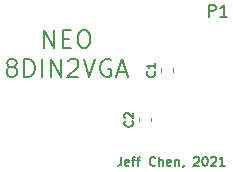
<source format=gbr>
G04 #@! TF.GenerationSoftware,KiCad,Pcbnew,(5.1.10-1-10_14)*
G04 #@! TF.CreationDate,2021-11-15T14:12:15-05:00*
G04 #@! TF.ProjectId,8DIN2VGA_New,3844494e-3256-4474-915f-4e65772e6b69,1*
G04 #@! TF.SameCoordinates,Original*
G04 #@! TF.FileFunction,Legend,Top*
G04 #@! TF.FilePolarity,Positive*
%FSLAX46Y46*%
G04 Gerber Fmt 4.6, Leading zero omitted, Abs format (unit mm)*
G04 Created by KiCad (PCBNEW (5.1.10-1-10_14)) date 2021-11-15 14:12:15*
%MOMM*%
%LPD*%
G01*
G04 APERTURE LIST*
%ADD10C,0.127000*%
%ADD11C,0.200000*%
%ADD12C,0.120000*%
%ADD13C,0.150000*%
%ADD14C,1.625600*%
%ADD15O,1.609600X3.117600*%
%ADD16C,1.801600*%
%ADD17C,4.167600*%
G04 APERTURE END LIST*
D10*
X145476428Y-106812714D02*
X145476428Y-107357000D01*
X145440142Y-107465857D01*
X145367571Y-107538428D01*
X145258714Y-107574714D01*
X145186142Y-107574714D01*
X146129571Y-107538428D02*
X146057000Y-107574714D01*
X145911857Y-107574714D01*
X145839285Y-107538428D01*
X145803000Y-107465857D01*
X145803000Y-107175571D01*
X145839285Y-107103000D01*
X145911857Y-107066714D01*
X146057000Y-107066714D01*
X146129571Y-107103000D01*
X146165857Y-107175571D01*
X146165857Y-107248142D01*
X145803000Y-107320714D01*
X146383571Y-107066714D02*
X146673857Y-107066714D01*
X146492428Y-107574714D02*
X146492428Y-106921571D01*
X146528714Y-106849000D01*
X146601285Y-106812714D01*
X146673857Y-106812714D01*
X146819000Y-107066714D02*
X147109285Y-107066714D01*
X146927857Y-107574714D02*
X146927857Y-106921571D01*
X146964142Y-106849000D01*
X147036714Y-106812714D01*
X147109285Y-106812714D01*
X148379285Y-107502142D02*
X148343000Y-107538428D01*
X148234142Y-107574714D01*
X148161571Y-107574714D01*
X148052714Y-107538428D01*
X147980142Y-107465857D01*
X147943857Y-107393285D01*
X147907571Y-107248142D01*
X147907571Y-107139285D01*
X147943857Y-106994142D01*
X147980142Y-106921571D01*
X148052714Y-106849000D01*
X148161571Y-106812714D01*
X148234142Y-106812714D01*
X148343000Y-106849000D01*
X148379285Y-106885285D01*
X148705857Y-107574714D02*
X148705857Y-106812714D01*
X149032428Y-107574714D02*
X149032428Y-107175571D01*
X148996142Y-107103000D01*
X148923571Y-107066714D01*
X148814714Y-107066714D01*
X148742142Y-107103000D01*
X148705857Y-107139285D01*
X149685571Y-107538428D02*
X149613000Y-107574714D01*
X149467857Y-107574714D01*
X149395285Y-107538428D01*
X149359000Y-107465857D01*
X149359000Y-107175571D01*
X149395285Y-107103000D01*
X149467857Y-107066714D01*
X149613000Y-107066714D01*
X149685571Y-107103000D01*
X149721857Y-107175571D01*
X149721857Y-107248142D01*
X149359000Y-107320714D01*
X150048428Y-107066714D02*
X150048428Y-107574714D01*
X150048428Y-107139285D02*
X150084714Y-107103000D01*
X150157285Y-107066714D01*
X150266142Y-107066714D01*
X150338714Y-107103000D01*
X150375000Y-107175571D01*
X150375000Y-107574714D01*
X150774142Y-107538428D02*
X150774142Y-107574714D01*
X150737857Y-107647285D01*
X150701571Y-107683571D01*
X151645000Y-106885285D02*
X151681285Y-106849000D01*
X151753857Y-106812714D01*
X151935285Y-106812714D01*
X152007857Y-106849000D01*
X152044142Y-106885285D01*
X152080428Y-106957857D01*
X152080428Y-107030428D01*
X152044142Y-107139285D01*
X151608714Y-107574714D01*
X152080428Y-107574714D01*
X152552142Y-106812714D02*
X152624714Y-106812714D01*
X152697285Y-106849000D01*
X152733571Y-106885285D01*
X152769857Y-106957857D01*
X152806142Y-107103000D01*
X152806142Y-107284428D01*
X152769857Y-107429571D01*
X152733571Y-107502142D01*
X152697285Y-107538428D01*
X152624714Y-107574714D01*
X152552142Y-107574714D01*
X152479571Y-107538428D01*
X152443285Y-107502142D01*
X152407000Y-107429571D01*
X152370714Y-107284428D01*
X152370714Y-107103000D01*
X152407000Y-106957857D01*
X152443285Y-106885285D01*
X152479571Y-106849000D01*
X152552142Y-106812714D01*
X153096428Y-106885285D02*
X153132714Y-106849000D01*
X153205285Y-106812714D01*
X153386714Y-106812714D01*
X153459285Y-106849000D01*
X153495571Y-106885285D01*
X153531857Y-106957857D01*
X153531857Y-107030428D01*
X153495571Y-107139285D01*
X153060142Y-107574714D01*
X153531857Y-107574714D01*
X154257571Y-107574714D02*
X153822142Y-107574714D01*
X154039857Y-107574714D02*
X154039857Y-106812714D01*
X153967285Y-106921571D01*
X153894714Y-106994142D01*
X153822142Y-107030428D01*
D11*
X138987142Y-97593571D02*
X138987142Y-96093571D01*
X139844285Y-97593571D01*
X139844285Y-96093571D01*
X140558571Y-96807857D02*
X141058571Y-96807857D01*
X141272857Y-97593571D02*
X140558571Y-97593571D01*
X140558571Y-96093571D01*
X141272857Y-96093571D01*
X142201428Y-96093571D02*
X142487142Y-96093571D01*
X142630000Y-96165000D01*
X142772857Y-96307857D01*
X142844285Y-96593571D01*
X142844285Y-97093571D01*
X142772857Y-97379285D01*
X142630000Y-97522142D01*
X142487142Y-97593571D01*
X142201428Y-97593571D01*
X142058571Y-97522142D01*
X141915714Y-97379285D01*
X141844285Y-97093571D01*
X141844285Y-96593571D01*
X141915714Y-96307857D01*
X142058571Y-96165000D01*
X142201428Y-96093571D01*
X136094285Y-99186428D02*
X135951428Y-99115000D01*
X135880000Y-99043571D01*
X135808571Y-98900714D01*
X135808571Y-98829285D01*
X135880000Y-98686428D01*
X135951428Y-98615000D01*
X136094285Y-98543571D01*
X136380000Y-98543571D01*
X136522857Y-98615000D01*
X136594285Y-98686428D01*
X136665714Y-98829285D01*
X136665714Y-98900714D01*
X136594285Y-99043571D01*
X136522857Y-99115000D01*
X136380000Y-99186428D01*
X136094285Y-99186428D01*
X135951428Y-99257857D01*
X135880000Y-99329285D01*
X135808571Y-99472142D01*
X135808571Y-99757857D01*
X135880000Y-99900714D01*
X135951428Y-99972142D01*
X136094285Y-100043571D01*
X136380000Y-100043571D01*
X136522857Y-99972142D01*
X136594285Y-99900714D01*
X136665714Y-99757857D01*
X136665714Y-99472142D01*
X136594285Y-99329285D01*
X136522857Y-99257857D01*
X136380000Y-99186428D01*
X137308571Y-100043571D02*
X137308571Y-98543571D01*
X137665714Y-98543571D01*
X137880000Y-98615000D01*
X138022857Y-98757857D01*
X138094285Y-98900714D01*
X138165714Y-99186428D01*
X138165714Y-99400714D01*
X138094285Y-99686428D01*
X138022857Y-99829285D01*
X137880000Y-99972142D01*
X137665714Y-100043571D01*
X137308571Y-100043571D01*
X138808571Y-100043571D02*
X138808571Y-98543571D01*
X139522857Y-100043571D02*
X139522857Y-98543571D01*
X140380000Y-100043571D01*
X140380000Y-98543571D01*
X141022857Y-98686428D02*
X141094285Y-98615000D01*
X141237142Y-98543571D01*
X141594285Y-98543571D01*
X141737142Y-98615000D01*
X141808571Y-98686428D01*
X141880000Y-98829285D01*
X141880000Y-98972142D01*
X141808571Y-99186428D01*
X140951428Y-100043571D01*
X141880000Y-100043571D01*
X142308571Y-98543571D02*
X142808571Y-100043571D01*
X143308571Y-98543571D01*
X144594285Y-98615000D02*
X144451428Y-98543571D01*
X144237142Y-98543571D01*
X144022857Y-98615000D01*
X143880000Y-98757857D01*
X143808571Y-98900714D01*
X143737142Y-99186428D01*
X143737142Y-99400714D01*
X143808571Y-99686428D01*
X143880000Y-99829285D01*
X144022857Y-99972142D01*
X144237142Y-100043571D01*
X144380000Y-100043571D01*
X144594285Y-99972142D01*
X144665714Y-99900714D01*
X144665714Y-99400714D01*
X144380000Y-99400714D01*
X145237142Y-99615000D02*
X145951428Y-99615000D01*
X145094285Y-100043571D02*
X145594285Y-98543571D01*
X146094285Y-100043571D01*
D12*
X148870000Y-99319420D02*
X148870000Y-99600580D01*
X149890000Y-99319420D02*
X149890000Y-99600580D01*
X147010000Y-103529420D02*
X147010000Y-103810580D01*
X148030000Y-103529420D02*
X148030000Y-103810580D01*
D13*
X152931904Y-94940380D02*
X152931904Y-93940380D01*
X153312857Y-93940380D01*
X153408095Y-93988000D01*
X153455714Y-94035619D01*
X153503333Y-94130857D01*
X153503333Y-94273714D01*
X153455714Y-94368952D01*
X153408095Y-94416571D01*
X153312857Y-94464190D01*
X152931904Y-94464190D01*
X154455714Y-94940380D02*
X153884285Y-94940380D01*
X154170000Y-94940380D02*
X154170000Y-93940380D01*
X154074761Y-94083238D01*
X153979523Y-94178476D01*
X153884285Y-94226095D01*
X148327857Y-99585000D02*
X148363571Y-99620714D01*
X148399285Y-99727857D01*
X148399285Y-99799285D01*
X148363571Y-99906428D01*
X148292142Y-99977857D01*
X148220714Y-100013571D01*
X148077857Y-100049285D01*
X147970714Y-100049285D01*
X147827857Y-100013571D01*
X147756428Y-99977857D01*
X147685000Y-99906428D01*
X147649285Y-99799285D01*
X147649285Y-99727857D01*
X147685000Y-99620714D01*
X147720714Y-99585000D01*
X148399285Y-98870714D02*
X148399285Y-99299285D01*
X148399285Y-99085000D02*
X147649285Y-99085000D01*
X147756428Y-99156428D01*
X147827857Y-99227857D01*
X147863571Y-99299285D01*
X146437857Y-103795000D02*
X146473571Y-103830714D01*
X146509285Y-103937857D01*
X146509285Y-104009285D01*
X146473571Y-104116428D01*
X146402142Y-104187857D01*
X146330714Y-104223571D01*
X146187857Y-104259285D01*
X146080714Y-104259285D01*
X145937857Y-104223571D01*
X145866428Y-104187857D01*
X145795000Y-104116428D01*
X145759285Y-104009285D01*
X145759285Y-103937857D01*
X145795000Y-103830714D01*
X145830714Y-103795000D01*
X145830714Y-103509285D02*
X145795000Y-103473571D01*
X145759285Y-103402142D01*
X145759285Y-103223571D01*
X145795000Y-103152142D01*
X145830714Y-103116428D01*
X145902142Y-103080714D01*
X145973571Y-103080714D01*
X146080714Y-103116428D01*
X146509285Y-103545000D01*
X146509285Y-103080714D01*
%LPC*%
D14*
X140322928Y-92920000D03*
X153812928Y-92920000D03*
G36*
G01*
X149272128Y-93890400D02*
X149272128Y-91589600D01*
G75*
G02*
X149672528Y-91189200I400400J0D01*
G01*
X150473328Y-91189200D01*
G75*
G02*
X150873728Y-91589600I0J-400400D01*
G01*
X150873728Y-93890400D01*
G75*
G02*
X150473328Y-94290800I-400400J0D01*
G01*
X149672528Y-94290800D01*
G75*
G02*
X149272128Y-93890400I0J400400D01*
G01*
G37*
G36*
G01*
X143772128Y-93890400D02*
X143772128Y-91589600D01*
G75*
G02*
X144172528Y-91189200I400400J0D01*
G01*
X144973328Y-91189200D01*
G75*
G02*
X145373728Y-91589600I0J-400400D01*
G01*
X145373728Y-93890400D01*
G75*
G02*
X144973328Y-94290800I-400400J0D01*
G01*
X144172528Y-94290800D01*
G75*
G02*
X143772128Y-93890400I0J400400D01*
G01*
G37*
G36*
G01*
X146522128Y-93890400D02*
X146522128Y-91589600D01*
G75*
G02*
X146922528Y-91189200I400400J0D01*
G01*
X147723328Y-91189200D01*
G75*
G02*
X148123728Y-91589600I0J-400400D01*
G01*
X148123728Y-93890400D01*
G75*
G02*
X147723328Y-94290800I-400400J0D01*
G01*
X146922528Y-94290800D01*
G75*
G02*
X146522128Y-93890400I0J400400D01*
G01*
G37*
G36*
G01*
X149104600Y-99734200D02*
X149655400Y-99734200D01*
G75*
G02*
X149905800Y-99984600I0J-250400D01*
G01*
X149905800Y-100485400D01*
G75*
G02*
X149655400Y-100735800I-250400J0D01*
G01*
X149104600Y-100735800D01*
G75*
G02*
X148854200Y-100485400I0J250400D01*
G01*
X148854200Y-99984600D01*
G75*
G02*
X149104600Y-99734200I250400J0D01*
G01*
G37*
G36*
G01*
X149104600Y-98184200D02*
X149655400Y-98184200D01*
G75*
G02*
X149905800Y-98434600I0J-250400D01*
G01*
X149905800Y-98935400D01*
G75*
G02*
X149655400Y-99185800I-250400J0D01*
G01*
X149104600Y-99185800D01*
G75*
G02*
X148854200Y-98935400I0J250400D01*
G01*
X148854200Y-98434600D01*
G75*
G02*
X149104600Y-98184200I250400J0D01*
G01*
G37*
G36*
G01*
X147244600Y-103944200D02*
X147795400Y-103944200D01*
G75*
G02*
X148045800Y-104194600I0J-250400D01*
G01*
X148045800Y-104695400D01*
G75*
G02*
X147795400Y-104945800I-250400J0D01*
G01*
X147244600Y-104945800D01*
G75*
G02*
X146994200Y-104695400I0J250400D01*
G01*
X146994200Y-104194600D01*
G75*
G02*
X147244600Y-103944200I250400J0D01*
G01*
G37*
G36*
G01*
X147244600Y-102394200D02*
X147795400Y-102394200D01*
G75*
G02*
X148045800Y-102644600I0J-250400D01*
G01*
X148045800Y-103145400D01*
G75*
G02*
X147795400Y-103395800I-250400J0D01*
G01*
X147244600Y-103395800D01*
G75*
G02*
X146994200Y-103145400I0J250400D01*
G01*
X146994200Y-102644600D01*
G75*
G02*
X147244600Y-102394200I250400J0D01*
G01*
G37*
D15*
X125830000Y-95160000D03*
X128230000Y-97160000D03*
X131930000Y-95160000D03*
X133730000Y-97160000D03*
X137430000Y-95160000D03*
D16*
X144365000Y-105560000D03*
X142075000Y-105560000D03*
X139785000Y-105560000D03*
X137495000Y-105560000D03*
X135205000Y-105560000D03*
X143220000Y-103580000D03*
X140930000Y-103580000D03*
X138640000Y-103580000D03*
X136350000Y-103580000D03*
X134060000Y-103580000D03*
X144365000Y-101600000D03*
X142075000Y-101600000D03*
X139785000Y-101600000D03*
X137495000Y-101600000D03*
D17*
X152280000Y-103580000D03*
X127290000Y-103580000D03*
G36*
G01*
X134304200Y-102450000D02*
X134304200Y-100750000D01*
G75*
G02*
X134355000Y-100699200I50800J0D01*
G01*
X136055000Y-100699200D01*
G75*
G02*
X136105800Y-100750000I0J-50800D01*
G01*
X136105800Y-102450000D01*
G75*
G02*
X136055000Y-102500800I-50800J0D01*
G01*
X134355000Y-102500800D01*
G75*
G02*
X134304200Y-102450000I0J50800D01*
G01*
G37*
M02*

</source>
